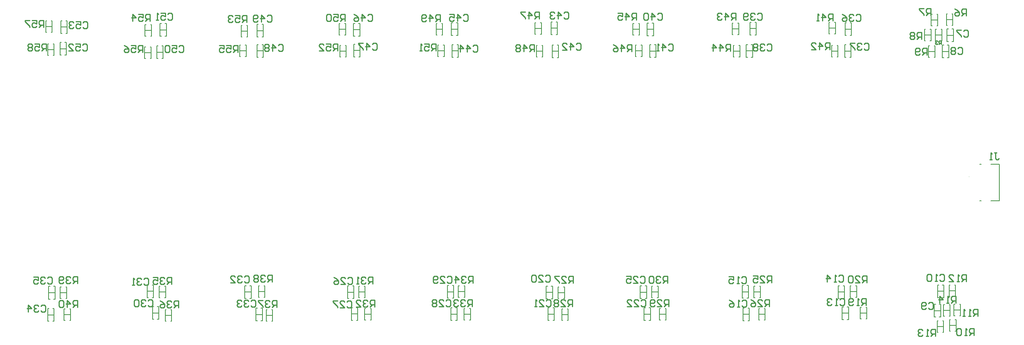
<source format=gbr>
%TF.GenerationSoftware,Altium Limited,Altium Designer,18.1.9 (240)*%
G04 Layer_Color=32896*
%FSLAX26Y26*%
%MOIN*%
%TF.FileFunction,Legend,Bot*%
%TF.Part,Single*%
G01*
G75*
%TA.AperFunction,NonConductor*%
%ADD49C,0.003937*%
%ADD50C,0.005906*%
%ADD51C,0.007874*%
%ADD52C,0.010000*%
D49*
X9402346Y3534425D02*
G03*
X9402346Y3534425I-1968J0D01*
G01*
D50*
X1415441Y4835000D02*
X1470559D01*
X1415441Y4885000D02*
X1423000D01*
X1415441Y4785000D02*
Y4885000D01*
Y4785000D02*
X1423000D01*
X1463000D02*
X1470559D01*
Y4885000D01*
X1463000D02*
X1470559D01*
X1546441Y4831000D02*
X1601559D01*
X1546441Y4886118D02*
X1558252D01*
X1546441Y4775882D02*
Y4886118D01*
Y4775882D02*
X1558252D01*
X1589748D02*
X1601559D01*
Y4886118D01*
X1589748D02*
X1601559D01*
X1432441Y4635000D02*
X1487559D01*
X1480000Y4585000D02*
X1487559D01*
Y4685000D01*
X1480000D02*
X1487559D01*
X1432441D02*
X1440000D01*
X1432441Y4585000D02*
Y4685000D01*
Y4585000D02*
X1440000D01*
X1538441Y4643000D02*
X1593559D01*
X1581748Y4587882D02*
X1593559D01*
Y4698118D01*
X1581748D02*
X1593559D01*
X1538441D02*
X1550252D01*
X1538441Y4587882D02*
Y4698118D01*
Y4587882D02*
X1550252D01*
X2274441Y4801000D02*
X2329559D01*
X2274441Y4851000D02*
X2282000D01*
X2274441Y4751000D02*
Y4851000D01*
Y4751000D02*
X2282000D01*
X2322000D02*
X2329559D01*
Y4851000D01*
X2322000D02*
X2329559D01*
X2403441Y4805000D02*
X2458559D01*
X2403441Y4860118D02*
X2415252D01*
X2403441Y4749882D02*
Y4860118D01*
Y4749882D02*
X2415252D01*
X2446748D02*
X2458559D01*
Y4860118D01*
X2446748D02*
X2458559D01*
X2271441Y4609000D02*
X2326559D01*
X2319000Y4559000D02*
X2326559D01*
Y4659000D01*
X2319000D02*
X2326559D01*
X2271441D02*
X2279000D01*
X2271441Y4559000D02*
Y4659000D01*
Y4559000D02*
X2279000D01*
X2375441Y4612000D02*
X2430559D01*
X2418748Y4556882D02*
X2430559D01*
Y4667118D01*
X2418748D02*
X2430559D01*
X2375441D02*
X2387252D01*
X2375441Y4556882D02*
Y4667118D01*
Y4556882D02*
X2387252D01*
X3106441Y4795000D02*
X3161559D01*
X3106441Y4845000D02*
X3114000D01*
X3106441Y4745000D02*
Y4845000D01*
Y4745000D02*
X3114000D01*
X3154000D02*
X3161559D01*
Y4845000D01*
X3154000D02*
X3161559D01*
X3242441Y4799000D02*
X3297559D01*
X3242441Y4854118D02*
X3254252D01*
X3242441Y4743882D02*
Y4854118D01*
Y4743882D02*
X3254252D01*
X3285748D02*
X3297559D01*
Y4854118D01*
X3285748D02*
X3297559D01*
X3093441Y4625000D02*
X3148559D01*
X3141000Y4575000D02*
X3148559D01*
Y4675000D01*
X3141000D02*
X3148559D01*
X3093441D02*
X3101000D01*
X3093441Y4575000D02*
Y4675000D01*
Y4575000D02*
X3101000D01*
X3242441Y4624000D02*
X3297559D01*
X3285748Y4568882D02*
X3297559D01*
Y4679118D01*
X3285748D02*
X3297559D01*
X3242441D02*
X3254252D01*
X3242441Y4568882D02*
Y4679118D01*
Y4568882D02*
X3254252D01*
X3953441Y4810000D02*
X4008559D01*
X3953441Y4860000D02*
X3961000D01*
X3953441Y4760000D02*
Y4860000D01*
Y4760000D02*
X3961000D01*
X4001000D02*
X4008559D01*
Y4860000D01*
X4001000D02*
X4008559D01*
X4077441Y4807000D02*
X4132559D01*
X4077441Y4862118D02*
X4089252D01*
X4077441Y4751882D02*
Y4862118D01*
Y4751882D02*
X4089252D01*
X4120748D02*
X4132559D01*
Y4862118D01*
X4120748D02*
X4132559D01*
X3959441Y4622000D02*
X4014559D01*
X4007000Y4572000D02*
X4014559D01*
Y4672000D01*
X4007000D02*
X4014559D01*
X3959441D02*
X3967000D01*
X3959441Y4572000D02*
Y4672000D01*
Y4572000D02*
X3967000D01*
X4079441Y4627000D02*
X4134559D01*
X4122748Y4571882D02*
X4134559D01*
Y4682118D01*
X4122748D02*
X4134559D01*
X4079441D02*
X4091252D01*
X4079441Y4571882D02*
Y4682118D01*
Y4571882D02*
X4091252D01*
X4792441Y4813000D02*
X4847559D01*
X4792441Y4863000D02*
X4800000D01*
X4792441Y4763000D02*
Y4863000D01*
Y4763000D02*
X4800000D01*
X4840000D02*
X4847559D01*
Y4863000D01*
X4840000D02*
X4847559D01*
X4923441Y4812000D02*
X4978559D01*
X4923441Y4867118D02*
X4935252D01*
X4923441Y4756882D02*
Y4867118D01*
Y4756882D02*
X4935252D01*
X4966748D02*
X4978559D01*
Y4867118D01*
X4966748D02*
X4978559D01*
X4807441Y4625000D02*
X4862559D01*
X4855000Y4575000D02*
X4862559D01*
Y4675000D01*
X4855000D02*
X4862559D01*
X4807441D02*
X4815000D01*
X4807441Y4575000D02*
Y4675000D01*
Y4575000D02*
X4815000D01*
X4929441Y4624000D02*
X4984559D01*
X4972748Y4568882D02*
X4984559D01*
Y4679118D01*
X4972748D02*
X4984559D01*
X4929441D02*
X4941252D01*
X4929441Y4568882D02*
Y4679118D01*
Y4568882D02*
X4941252D01*
X5647441Y4818000D02*
X5702559D01*
X5647441Y4868000D02*
X5655000D01*
X5647441Y4768000D02*
Y4868000D01*
Y4768000D02*
X5655000D01*
X5695000D02*
X5702559D01*
Y4868000D01*
X5695000D02*
X5702559D01*
X5785441Y4820591D02*
X5840559D01*
X5785441Y4875709D02*
X5797252D01*
X5785441Y4765472D02*
Y4875709D01*
Y4765472D02*
X5797252D01*
X5828748D02*
X5840559D01*
Y4875709D01*
X5828748D02*
X5840559D01*
X5659441Y4620409D02*
X5714559D01*
X5707000Y4570409D02*
X5714559D01*
Y4670409D01*
X5707000D02*
X5714559D01*
X5659441D02*
X5667000D01*
X5659441Y4570409D02*
Y4670409D01*
Y4570409D02*
X5667000D01*
X5795441Y4620000D02*
X5850559D01*
X5838748Y4564882D02*
X5850559D01*
Y4675118D01*
X5838748D02*
X5850559D01*
X5795441D02*
X5807252D01*
X5795441Y4564882D02*
Y4675118D01*
Y4564882D02*
X5807252D01*
X6494441Y4813000D02*
X6549559D01*
X6494441Y4863000D02*
X6502000D01*
X6494441Y4763000D02*
Y4863000D01*
Y4763000D02*
X6502000D01*
X6542000D02*
X6549559D01*
Y4863000D01*
X6542000D02*
X6549559D01*
X6617441Y4811000D02*
X6672559D01*
X6617441Y4866118D02*
X6629252D01*
X6617441Y4755882D02*
Y4866118D01*
Y4755882D02*
X6629252D01*
X6660748D02*
X6672559D01*
Y4866118D01*
X6660748D02*
X6672559D01*
X6517441Y4623409D02*
X6572559D01*
X6565000Y4573409D02*
X6572559D01*
Y4673409D01*
X6565000D02*
X6572559D01*
X6517441D02*
X6525000D01*
X6517441Y4573409D02*
Y4673409D01*
Y4573409D02*
X6525000D01*
X6638441Y4623000D02*
X6693559D01*
X6681748Y4567882D02*
X6693559D01*
Y4678118D01*
X6681748D02*
X6693559D01*
X6638441D02*
X6650252D01*
X6638441Y4567882D02*
Y4678118D01*
Y4567882D02*
X6650252D01*
X7353441Y4816000D02*
X7408559D01*
X7353441Y4866000D02*
X7361000D01*
X7353441Y4766000D02*
Y4866000D01*
Y4766000D02*
X7361000D01*
X7401000D02*
X7408559D01*
Y4866000D01*
X7401000D02*
X7408559D01*
X7505441Y4816575D02*
X7560559D01*
X7505441Y4871693D02*
X7517252D01*
X7505441Y4761457D02*
Y4871693D01*
Y4761457D02*
X7517252D01*
X7548748D02*
X7560559D01*
Y4871693D01*
X7548748D02*
X7560559D01*
X7363441Y4621000D02*
X7418559D01*
X7411000Y4571000D02*
X7418559D01*
Y4671000D01*
X7411000D02*
X7418559D01*
X7363441D02*
X7371000D01*
X7363441Y4571000D02*
Y4671000D01*
Y4571000D02*
X7371000D01*
X7473441Y4624425D02*
X7528559D01*
X7516748Y4569307D02*
X7528559D01*
Y4679543D01*
X7516748D02*
X7528559D01*
X7473441D02*
X7485252D01*
X7473441Y4569307D02*
Y4679543D01*
Y4569307D02*
X7485252D01*
X8190441Y4823000D02*
X8245559D01*
X8190441Y4873000D02*
X8198000D01*
X8190441Y4773000D02*
Y4873000D01*
Y4773000D02*
X8198000D01*
X8238000D02*
X8245559D01*
Y4873000D01*
X8238000D02*
X8245559D01*
X8329441Y4813000D02*
X8384559D01*
X8329441Y4868118D02*
X8341252D01*
X8329441Y4757882D02*
Y4868118D01*
Y4757882D02*
X8341252D01*
X8372748D02*
X8384559D01*
Y4868118D01*
X8372748D02*
X8384559D01*
X8326441Y4622425D02*
X8381559D01*
X8369748Y4567307D02*
X8381559D01*
Y4677543D01*
X8369748D02*
X8381559D01*
X8326441D02*
X8338252D01*
X8326441Y4567307D02*
Y4677543D01*
Y4567307D02*
X8338252D01*
X8212441Y4621000D02*
X8267559D01*
X8260000Y4571000D02*
X8267559D01*
Y4671000D01*
X8260000D02*
X8267559D01*
X8212441D02*
X8220000D01*
X8212441Y4571000D02*
Y4671000D01*
Y4571000D02*
X8220000D01*
X9111441Y4761000D02*
X9166559D01*
X9111441Y4811000D02*
X9119000D01*
X9111441Y4711000D02*
Y4811000D01*
Y4711000D02*
X9119000D01*
X9159000D02*
X9166559D01*
Y4811000D01*
X9159000D02*
X9166559D01*
X9205441Y4896000D02*
X9260559D01*
X9205441Y4946000D02*
X9213000D01*
X9205441Y4846000D02*
Y4946000D01*
Y4846000D02*
X9213000D01*
X9253000D02*
X9260559D01*
Y4946000D01*
X9253000D02*
X9260559D01*
X9210441Y4759000D02*
X9265559D01*
X9210441Y4814118D02*
X9222252D01*
X9210441Y4703882D02*
Y4814118D01*
Y4703882D02*
X9222252D01*
X9253748D02*
X9265559D01*
Y4814118D01*
X9253748D02*
X9265559D01*
X9170441Y4619000D02*
X9225559D01*
X9213748Y4563882D02*
X9225559D01*
Y4674118D01*
X9213748D02*
X9225559D01*
X9170441D02*
X9182252D01*
X9170441Y4563882D02*
Y4674118D01*
Y4563882D02*
X9182252D01*
X9101441Y2373000D02*
X9156559D01*
X9144748Y2317882D02*
X9156559D01*
Y2428118D01*
X9144748D02*
X9156559D01*
X9101441D02*
X9113252D01*
X9101441Y2317882D02*
Y2428118D01*
Y2317882D02*
X9113252D01*
X8461441Y2353000D02*
X8516559D01*
X8509000Y2303000D02*
X8516559D01*
Y2403000D01*
X8509000D02*
X8516559D01*
X8461441D02*
X8469000D01*
X8461441Y2303000D02*
Y2403000D01*
Y2303000D02*
X8469000D01*
X8303441Y2350000D02*
X8358559D01*
X8346748Y2294882D02*
X8358559D01*
Y2405118D01*
X8346748D02*
X8358559D01*
X8303441D02*
X8315252D01*
X8303441Y2294882D02*
Y2405118D01*
Y2294882D02*
X8315252D01*
X8373441Y2538000D02*
X8428559D01*
X8373441Y2588000D02*
X8381000D01*
X8373441Y2488000D02*
Y2588000D01*
Y2488000D02*
X8381000D01*
X8421000D02*
X8428559D01*
Y2588000D01*
X8421000D02*
X8428559D01*
X8269441Y2534000D02*
X8324559D01*
X8269441Y2589118D02*
X8281252D01*
X8269441Y2478882D02*
Y2589118D01*
Y2478882D02*
X8281252D01*
X8312748D02*
X8324559D01*
Y2589118D01*
X8312748D02*
X8324559D01*
X7445441Y2341000D02*
X7500559D01*
X7488748Y2285882D02*
X7500559D01*
Y2396118D01*
X7488748D02*
X7500559D01*
X7445441D02*
X7457252D01*
X7445441Y2285882D02*
Y2396118D01*
Y2285882D02*
X7457252D01*
X7582441Y2340000D02*
X7637559D01*
X7630000Y2290000D02*
X7637559D01*
Y2390000D01*
X7630000D02*
X7637559D01*
X7582441D02*
X7590000D01*
X7582441Y2290000D02*
Y2390000D01*
Y2290000D02*
X7590000D01*
X7541441Y2536000D02*
X7596559D01*
X7541441Y2586000D02*
X7549000D01*
X7541441Y2486000D02*
Y2586000D01*
Y2486000D02*
X7549000D01*
X7589000D02*
X7596559D01*
Y2586000D01*
X7589000D02*
X7596559D01*
X7438441Y2536000D02*
X7493559D01*
X7438441Y2591118D02*
X7450252D01*
X7438441Y2480882D02*
Y2591118D01*
Y2480882D02*
X7450252D01*
X7481748D02*
X7493559D01*
Y2591118D01*
X7481748D02*
X7493559D01*
X6724441Y2342000D02*
X6779559D01*
X6772000Y2292000D02*
X6779559D01*
Y2392000D01*
X6772000D02*
X6779559D01*
X6724441D02*
X6732000D01*
X6724441Y2292000D02*
Y2392000D01*
Y2292000D02*
X6732000D01*
X6590441Y2342000D02*
X6645559D01*
X6633748Y2286882D02*
X6645559D01*
Y2397118D01*
X6633748D02*
X6645559D01*
X6590441D02*
X6602252D01*
X6590441Y2286882D02*
Y2397118D01*
Y2286882D02*
X6602252D01*
X6657441Y2534000D02*
X6712559D01*
X6657441Y2584000D02*
X6665000D01*
X6657441Y2484000D02*
Y2584000D01*
Y2484000D02*
X6665000D01*
X6705000D02*
X6712559D01*
Y2584000D01*
X6705000D02*
X6712559D01*
X6557441Y2533000D02*
X6612559D01*
X6557441Y2588118D02*
X6569252D01*
X6557441Y2477882D02*
Y2588118D01*
Y2477882D02*
X6569252D01*
X6600748D02*
X6612559D01*
Y2588118D01*
X6600748D02*
X6612559D01*
X5878441Y2339000D02*
X5933559D01*
X5926000Y2289000D02*
X5933559D01*
Y2389000D01*
X5926000D02*
X5933559D01*
X5878441D02*
X5886000D01*
X5878441Y2289000D02*
Y2389000D01*
Y2289000D02*
X5886000D01*
X5759441Y2343000D02*
X5814559D01*
X5802748Y2287882D02*
X5814559D01*
Y2398118D01*
X5802748D02*
X5814559D01*
X5759441D02*
X5771252D01*
X5759441Y2287882D02*
Y2398118D01*
Y2287882D02*
X5771252D01*
X5847441Y2529000D02*
X5902559D01*
X5847441Y2579000D02*
X5855000D01*
X5847441Y2479000D02*
Y2579000D01*
Y2479000D02*
X5855000D01*
X5895000D02*
X5902559D01*
Y2579000D01*
X5895000D02*
X5902559D01*
X5743441Y2531000D02*
X5798559D01*
X5743441Y2586118D02*
X5755252D01*
X5743441Y2475882D02*
Y2586118D01*
Y2475882D02*
X5755252D01*
X5786748D02*
X5798559D01*
Y2586118D01*
X5786748D02*
X5798559D01*
X5033441Y2343000D02*
X5088559D01*
X5081000Y2293000D02*
X5088559D01*
Y2393000D01*
X5081000D02*
X5088559D01*
X5033441D02*
X5041000D01*
X5033441Y2293000D02*
Y2393000D01*
Y2293000D02*
X5041000D01*
X4918441Y2343000D02*
X4973559D01*
X4961748Y2287882D02*
X4973559D01*
Y2398118D01*
X4961748D02*
X4973559D01*
X4918441D02*
X4930252D01*
X4918441Y2287882D02*
Y2398118D01*
Y2287882D02*
X4930252D01*
X4984441Y2537000D02*
X5039559D01*
X4984441Y2587000D02*
X4992000D01*
X4984441Y2487000D02*
Y2587000D01*
Y2487000D02*
X4992000D01*
X5032000D02*
X5039559D01*
Y2587000D01*
X5032000D02*
X5039559D01*
X4889441Y2535000D02*
X4944559D01*
X4889441Y2590118D02*
X4901252D01*
X4889441Y2479882D02*
Y2590118D01*
Y2479882D02*
X4901252D01*
X4932748D02*
X4944559D01*
Y2590118D01*
X4932748D02*
X4944559D01*
X4059441Y2344000D02*
X4114559D01*
X4102748Y2288882D02*
X4114559D01*
Y2399118D01*
X4102748D02*
X4114559D01*
X4059441D02*
X4071252D01*
X4059441Y2288882D02*
Y2399118D01*
Y2288882D02*
X4071252D01*
X4174441Y2343000D02*
X4229559D01*
X4222000Y2293000D02*
X4229559D01*
Y2393000D01*
X4222000D02*
X4229559D01*
X4174441D02*
X4182000D01*
X4174441Y2293000D02*
Y2393000D01*
Y2293000D02*
X4182000D01*
X4122441Y2536000D02*
X4177559D01*
X4122441Y2586000D02*
X4130000D01*
X4122441Y2486000D02*
Y2586000D01*
Y2486000D02*
X4130000D01*
X4170000D02*
X4177559D01*
Y2586000D01*
X4170000D02*
X4177559D01*
X4025441Y2532000D02*
X4080559D01*
X4025441Y2587118D02*
X4037252D01*
X4025441Y2476882D02*
Y2587118D01*
Y2476882D02*
X4037252D01*
X4068748D02*
X4080559D01*
Y2587118D01*
X4068748D02*
X4080559D01*
X3322441Y2333000D02*
X3377559D01*
X3370000Y2283000D02*
X3377559D01*
Y2383000D01*
X3370000D02*
X3377559D01*
X3322441D02*
X3330000D01*
X3322441Y2283000D02*
Y2383000D01*
Y2283000D02*
X3330000D01*
X3233441Y2339000D02*
X3288559D01*
X3276748Y2283882D02*
X3288559D01*
Y2394118D01*
X3276748D02*
X3288559D01*
X3233441D02*
X3245252D01*
X3233441Y2283882D02*
Y2394118D01*
Y2283882D02*
X3245252D01*
X3255441Y2537000D02*
X3310559D01*
X3255441Y2587000D02*
X3263000D01*
X3255441Y2487000D02*
Y2587000D01*
Y2487000D02*
X3263000D01*
X3303000D02*
X3310559D01*
Y2587000D01*
X3303000D02*
X3310559D01*
X3137441Y2534425D02*
X3192559D01*
X3137441Y2589543D02*
X3149252D01*
X3137441Y2479307D02*
Y2589543D01*
Y2479307D02*
X3149252D01*
X3180748D02*
X3192559D01*
Y2589543D01*
X3180748D02*
X3192559D01*
X2292441Y2541000D02*
X2347559D01*
X2292441Y2596118D02*
X2304252D01*
X2292441Y2485882D02*
Y2596118D01*
Y2485882D02*
X2304252D01*
X2335748D02*
X2347559D01*
Y2596118D01*
X2335748D02*
X2347559D01*
X2397441Y2536000D02*
X2452559D01*
X2397441Y2586000D02*
X2405000D01*
X2397441Y2486000D02*
Y2586000D01*
Y2486000D02*
X2405000D01*
X2445000D02*
X2452559D01*
Y2586000D01*
X2445000D02*
X2452559D01*
X2338441Y2353000D02*
X2393559D01*
X2381748Y2297882D02*
X2393559D01*
Y2408118D01*
X2381748D02*
X2393559D01*
X2338441D02*
X2350252D01*
X2338441Y2297882D02*
Y2408118D01*
Y2297882D02*
X2350252D01*
X2449441Y2330000D02*
X2504559D01*
X2497000Y2280000D02*
X2504559D01*
Y2380000D01*
X2497000D02*
X2504559D01*
X2449441D02*
X2457000D01*
X2449441Y2280000D02*
Y2380000D01*
Y2280000D02*
X2457000D01*
X1440441Y2528000D02*
X1495559D01*
X1440441Y2583118D02*
X1452252D01*
X1440441Y2472882D02*
Y2583118D01*
Y2472882D02*
X1452252D01*
X1483748D02*
X1495559D01*
Y2583118D01*
X1483748D02*
X1495559D01*
X1541441Y2527000D02*
X1596559D01*
X1541441Y2577000D02*
X1549000D01*
X1541441Y2477000D02*
Y2577000D01*
Y2477000D02*
X1549000D01*
X1589000D02*
X1596559D01*
Y2577000D01*
X1589000D02*
X1596559D01*
X1432441Y2336000D02*
X1487559D01*
X1475748Y2280882D02*
X1487559D01*
Y2391118D01*
X1475748D02*
X1487559D01*
X1432441D02*
X1444252D01*
X1432441Y2280882D02*
Y2391118D01*
Y2280882D02*
X1444252D01*
X1574441Y2338000D02*
X1629559D01*
X1622000Y2288000D02*
X1629559D01*
Y2388000D01*
X1622000D02*
X1629559D01*
X1574441D02*
X1582000D01*
X1574441Y2288000D02*
Y2388000D01*
Y2288000D02*
X1582000D01*
X9051441Y4619591D02*
X9106559D01*
X9099000Y4569591D02*
X9106559D01*
Y4669591D01*
X9099000D02*
X9106559D01*
X9051441D02*
X9059000D01*
X9051441Y4569591D02*
Y4669591D01*
Y4569591D02*
X9059000D01*
X9017441Y4761000D02*
X9072559D01*
X9017441Y4811000D02*
X9025000D01*
X9017441Y4711000D02*
Y4811000D01*
Y4711000D02*
X9025000D01*
X9065000D02*
X9072559D01*
Y4811000D01*
X9065000D02*
X9072559D01*
X9074441Y4893000D02*
X9129559D01*
X9074441Y4943000D02*
X9082000D01*
X9074441Y4843000D02*
Y4943000D01*
Y4843000D02*
X9082000D01*
X9122000D02*
X9129559D01*
Y4943000D01*
X9122000D02*
X9129559D01*
X9128441Y2540000D02*
X9183559D01*
X9128441Y2595118D02*
X9140252D01*
X9128441Y2484882D02*
Y2595118D01*
Y2484882D02*
X9140252D01*
X9171748D02*
X9183559D01*
Y2595118D01*
X9171748D02*
X9183559D01*
X9181441Y2374000D02*
X9236559D01*
X9229000Y2324000D02*
X9236559D01*
Y2424000D01*
X9229000D02*
X9236559D01*
X9181441D02*
X9189000D01*
X9181441Y2324000D02*
Y2424000D01*
Y2324000D02*
X9189000D01*
X9271441Y2379000D02*
X9326559D01*
X9319000Y2329000D02*
X9326559D01*
Y2429000D01*
X9319000D02*
X9326559D01*
X9271441D02*
X9279000D01*
X9271441Y2329000D02*
Y2429000D01*
Y2329000D02*
X9279000D01*
X9228441Y2545000D02*
X9283559D01*
X9228441Y2595000D02*
X9236000D01*
X9228441Y2495000D02*
Y2595000D01*
Y2495000D02*
X9236000D01*
X9276000D02*
X9283559D01*
Y2595000D01*
X9276000D02*
X9283559D01*
X9233441Y2245410D02*
X9288559D01*
X9281000Y2195410D02*
X9288559D01*
Y2295410D01*
X9281000D02*
X9288559D01*
X9233441D02*
X9241000D01*
X9233441Y2195410D02*
Y2295410D01*
Y2195410D02*
X9241000D01*
X9125441Y2236000D02*
X9180559D01*
X9173000Y2186000D02*
X9180559D01*
Y2286000D01*
X9173000D02*
X9180559D01*
X9125441D02*
X9133000D01*
X9125441Y2186000D02*
Y2286000D01*
Y2186000D02*
X9133000D01*
D51*
X9494850Y3640724D02*
X9506661D01*
X9589338D02*
X9664142D01*
X9589338Y3325764D02*
X9664142D01*
Y3640724D01*
X9494850Y3325764D02*
X9506661D01*
D52*
X1419000Y4626000D02*
Y4685981D01*
X1389010D01*
X1379013Y4675984D01*
Y4655990D01*
X1389010Y4645993D01*
X1419000D01*
X1399006D02*
X1379013Y4626000D01*
X1319032Y4685981D02*
X1359019D01*
Y4655990D01*
X1339026Y4665987D01*
X1329029D01*
X1319032Y4655990D01*
Y4635997D01*
X1329029Y4626000D01*
X1349023D01*
X1359019Y4635997D01*
X1299039Y4675984D02*
X1289042Y4685981D01*
X1269049D01*
X1259052Y4675984D01*
Y4665987D01*
X1269049Y4655990D01*
X1259052Y4645993D01*
Y4635997D01*
X1269049Y4626000D01*
X1289042D01*
X1299039Y4635997D01*
Y4645993D01*
X1289042Y4655990D01*
X1299039Y4665987D01*
Y4675984D01*
X1289042Y4655990D02*
X1269049D01*
X1396000Y4829000D02*
Y4888981D01*
X1366010D01*
X1356013Y4878984D01*
Y4858990D01*
X1366010Y4848993D01*
X1396000D01*
X1376006D02*
X1356013Y4829000D01*
X1296032Y4888981D02*
X1336019D01*
Y4858990D01*
X1316026Y4868987D01*
X1306029D01*
X1296032Y4858990D01*
Y4838997D01*
X1306029Y4829000D01*
X1326023D01*
X1336019Y4838997D01*
X1276039Y4888981D02*
X1236052D01*
Y4878984D01*
X1276039Y4838997D01*
Y4829000D01*
X2253000Y4613000D02*
Y4672981D01*
X2223010D01*
X2213013Y4662984D01*
Y4642990D01*
X2223010Y4632993D01*
X2253000D01*
X2233006D02*
X2213013Y4613000D01*
X2153032Y4672981D02*
X2193019D01*
Y4642990D01*
X2173026Y4652987D01*
X2163029D01*
X2153032Y4642990D01*
Y4622997D01*
X2163029Y4613000D01*
X2183023D01*
X2193019Y4622997D01*
X2093052Y4672981D02*
X2113045Y4662984D01*
X2133039Y4642990D01*
Y4622997D01*
X2123042Y4613000D01*
X2103048D01*
X2093052Y4622997D01*
Y4632993D01*
X2103048Y4642990D01*
X2133039D01*
X3078000Y4610000D02*
Y4669981D01*
X3048010D01*
X3038013Y4659984D01*
Y4639990D01*
X3048010Y4629993D01*
X3078000D01*
X3058006D02*
X3038013Y4610000D01*
X2978032Y4669981D02*
X3018019D01*
Y4639990D01*
X2998026Y4649987D01*
X2988029D01*
X2978032Y4639990D01*
Y4619997D01*
X2988029Y4610000D01*
X3008023D01*
X3018019Y4619997D01*
X2918052Y4669981D02*
X2958039D01*
Y4639990D01*
X2938045Y4649987D01*
X2928048D01*
X2918052Y4639990D01*
Y4619997D01*
X2928048Y4610000D01*
X2948042D01*
X2958039Y4619997D01*
X2316000Y4880000D02*
Y4939981D01*
X2286010D01*
X2276013Y4929984D01*
Y4909990D01*
X2286010Y4899993D01*
X2316000D01*
X2296006D02*
X2276013Y4880000D01*
X2216032Y4939981D02*
X2256019D01*
Y4909990D01*
X2236026Y4919987D01*
X2226029D01*
X2216032Y4909990D01*
Y4889997D01*
X2226029Y4880000D01*
X2246023D01*
X2256019Y4889997D01*
X2166048Y4880000D02*
Y4939981D01*
X2196039Y4909990D01*
X2156052D01*
X3154000Y4872000D02*
Y4931981D01*
X3124010D01*
X3114013Y4921984D01*
Y4901990D01*
X3124010Y4891993D01*
X3154000D01*
X3134006D02*
X3114013Y4872000D01*
X3054032Y4931981D02*
X3094019D01*
Y4901990D01*
X3074026Y4911987D01*
X3064029D01*
X3054032Y4901990D01*
Y4881997D01*
X3064029Y4872000D01*
X3084023D01*
X3094019Y4881997D01*
X3034039Y4921984D02*
X3024042Y4931981D01*
X3004048D01*
X2994052Y4921984D01*
Y4911987D01*
X3004048Y4901990D01*
X3014045D01*
X3004048D01*
X2994052Y4891993D01*
Y4881997D01*
X3004048Y4872000D01*
X3024042D01*
X3034039Y4881997D01*
X3939000Y4626000D02*
Y4685981D01*
X3909010D01*
X3899013Y4675984D01*
Y4655990D01*
X3909010Y4645993D01*
X3939000D01*
X3919006D02*
X3899013Y4626000D01*
X3839032Y4685981D02*
X3879019D01*
Y4655990D01*
X3859026Y4665987D01*
X3849029D01*
X3839032Y4655990D01*
Y4635997D01*
X3849029Y4626000D01*
X3869023D01*
X3879019Y4635997D01*
X3779052Y4626000D02*
X3819039D01*
X3779052Y4665987D01*
Y4675984D01*
X3789048Y4685981D01*
X3809042D01*
X3819039Y4675984D01*
X4791000Y4624000D02*
Y4683981D01*
X4761010D01*
X4751013Y4673984D01*
Y4653990D01*
X4761010Y4643993D01*
X4791000D01*
X4771007D02*
X4751013Y4624000D01*
X4691032Y4683981D02*
X4731019D01*
Y4653990D01*
X4711026Y4663987D01*
X4701029D01*
X4691032Y4653990D01*
Y4633997D01*
X4701029Y4624000D01*
X4721023D01*
X4731019Y4633997D01*
X4671039Y4624000D02*
X4651045D01*
X4661042D01*
Y4683981D01*
X4671039Y4673984D01*
X4002000Y4880000D02*
Y4939981D01*
X3972010D01*
X3962013Y4929984D01*
Y4909990D01*
X3972010Y4899993D01*
X4002000D01*
X3982006D02*
X3962013Y4880000D01*
X3902032Y4939981D02*
X3942019D01*
Y4909990D01*
X3922026Y4919987D01*
X3912029D01*
X3902032Y4909990D01*
Y4889997D01*
X3912029Y4880000D01*
X3932023D01*
X3942019Y4889997D01*
X3882039Y4929984D02*
X3872042Y4939981D01*
X3852048D01*
X3842052Y4929984D01*
Y4889997D01*
X3852048Y4880000D01*
X3872042D01*
X3882039Y4889997D01*
Y4929984D01*
X4828000Y4878000D02*
Y4937981D01*
X4798010D01*
X4788013Y4927984D01*
Y4907990D01*
X4798010Y4897993D01*
X4828000D01*
X4808007D02*
X4788013Y4878000D01*
X4738029D02*
Y4937981D01*
X4768019Y4907990D01*
X4728032D01*
X4708039Y4887997D02*
X4698042Y4878000D01*
X4678048D01*
X4668052Y4887997D01*
Y4927984D01*
X4678048Y4937981D01*
X4698042D01*
X4708039Y4927984D01*
Y4917987D01*
X4698042Y4907990D01*
X4668052D01*
X5640000Y4619000D02*
Y4678981D01*
X5610010D01*
X5600013Y4668984D01*
Y4648990D01*
X5610010Y4638993D01*
X5640000D01*
X5620007D02*
X5600013Y4619000D01*
X5550029D02*
Y4678981D01*
X5580019Y4648990D01*
X5540032D01*
X5520039Y4668984D02*
X5510042Y4678981D01*
X5490048D01*
X5480052Y4668984D01*
Y4658987D01*
X5490048Y4648990D01*
X5480052Y4638993D01*
Y4628997D01*
X5490048Y4619000D01*
X5510042D01*
X5520039Y4628997D01*
Y4638993D01*
X5510042Y4648990D01*
X5520039Y4658987D01*
Y4668984D01*
X5510042Y4648990D02*
X5490048D01*
X5684000Y4902000D02*
Y4961981D01*
X5654010D01*
X5644013Y4951984D01*
Y4931990D01*
X5654010Y4921993D01*
X5684000D01*
X5664007D02*
X5644013Y4902000D01*
X5594029D02*
Y4961981D01*
X5624019Y4931990D01*
X5584032D01*
X5564039Y4961981D02*
X5524052D01*
Y4951984D01*
X5564039Y4911997D01*
Y4902000D01*
X6485000Y4619000D02*
Y4678981D01*
X6455010D01*
X6445013Y4668984D01*
Y4648990D01*
X6455010Y4638993D01*
X6485000D01*
X6465007D02*
X6445013Y4619000D01*
X6395029D02*
Y4678981D01*
X6425019Y4648990D01*
X6385032D01*
X6325052Y4678981D02*
X6345045Y4668984D01*
X6365039Y4648990D01*
Y4628997D01*
X6355042Y4619000D01*
X6335048D01*
X6325052Y4628997D01*
Y4638993D01*
X6335048Y4648990D01*
X6365039D01*
X6524000Y4891000D02*
Y4950981D01*
X6494010D01*
X6484013Y4940984D01*
Y4920990D01*
X6494010Y4910993D01*
X6524000D01*
X6504007D02*
X6484013Y4891000D01*
X6434029D02*
Y4950981D01*
X6464019Y4920990D01*
X6424032D01*
X6364052Y4950981D02*
X6404039D01*
Y4920990D01*
X6384045Y4930987D01*
X6374048D01*
X6364052Y4920990D01*
Y4900997D01*
X6374048Y4891000D01*
X6394042D01*
X6404039Y4900997D01*
X7338000Y4622000D02*
Y4681981D01*
X7308010D01*
X7298013Y4671984D01*
Y4651990D01*
X7308010Y4641993D01*
X7338000D01*
X7318007D02*
X7298013Y4622000D01*
X7248029D02*
Y4681981D01*
X7278019Y4651990D01*
X7238032D01*
X7188048Y4622000D02*
Y4681981D01*
X7218039Y4651990D01*
X7178052D01*
X7384000Y4891000D02*
Y4950981D01*
X7354010D01*
X7344013Y4940984D01*
Y4920990D01*
X7354010Y4910993D01*
X7384000D01*
X7364007D02*
X7344013Y4891000D01*
X7294029D02*
Y4950981D01*
X7324019Y4920990D01*
X7284032D01*
X7264039Y4940984D02*
X7254042Y4950981D01*
X7234048D01*
X7224052Y4940984D01*
Y4930987D01*
X7234048Y4920990D01*
X7244045D01*
X7234048D01*
X7224052Y4910993D01*
Y4900997D01*
X7234048Y4891000D01*
X7254042D01*
X7264039Y4900997D01*
X8196000Y4635000D02*
Y4694981D01*
X8166010D01*
X8156013Y4684984D01*
Y4664990D01*
X8166010Y4654993D01*
X8196000D01*
X8176007D02*
X8156013Y4635000D01*
X8106029D02*
Y4694981D01*
X8136019Y4664990D01*
X8096032D01*
X8036052Y4635000D02*
X8076039D01*
X8036052Y4674987D01*
Y4684984D01*
X8046048Y4694981D01*
X8066042D01*
X8076039Y4684984D01*
X8224000Y4886000D02*
Y4945981D01*
X8194010D01*
X8184013Y4935984D01*
Y4915990D01*
X8194010Y4905993D01*
X8224000D01*
X8204006D02*
X8184013Y4886000D01*
X8134029D02*
Y4945981D01*
X8164019Y4915990D01*
X8124032D01*
X8104039Y4886000D02*
X8084045D01*
X8094042D01*
Y4945981D01*
X8104039Y4935984D01*
X1689000Y2400000D02*
Y2459981D01*
X1659010D01*
X1649013Y2449984D01*
Y2429990D01*
X1659010Y2419994D01*
X1689000D01*
X1669006D02*
X1649013Y2400000D01*
X1599029D02*
Y2459981D01*
X1629019Y2429990D01*
X1589032D01*
X1569039Y2449984D02*
X1559042Y2459981D01*
X1539049D01*
X1529052Y2449984D01*
Y2409997D01*
X1539049Y2400000D01*
X1559042D01*
X1569039Y2409997D01*
Y2449984D01*
X1689000Y2607000D02*
Y2666981D01*
X1659010D01*
X1649013Y2656984D01*
Y2636990D01*
X1659010Y2626994D01*
X1689000D01*
X1669006D02*
X1649013Y2607000D01*
X1629019Y2656984D02*
X1619023Y2666981D01*
X1599029D01*
X1589032Y2656984D01*
Y2646987D01*
X1599029Y2636990D01*
X1609026D01*
X1599029D01*
X1589032Y2626994D01*
Y2616997D01*
X1599029Y2607000D01*
X1619023D01*
X1629019Y2616997D01*
X1569039D02*
X1559042Y2607000D01*
X1539049D01*
X1529052Y2616997D01*
Y2656984D01*
X1539049Y2666981D01*
X1559042D01*
X1569039Y2656984D01*
Y2646987D01*
X1559042Y2636990D01*
X1529052D01*
X3375000Y2622000D02*
Y2681981D01*
X3345010D01*
X3335013Y2671984D01*
Y2651990D01*
X3345010Y2641994D01*
X3375000D01*
X3355006D02*
X3335013Y2622000D01*
X3315019Y2671984D02*
X3305023Y2681981D01*
X3285029D01*
X3275032Y2671984D01*
Y2661987D01*
X3285029Y2651990D01*
X3295026D01*
X3285029D01*
X3275032Y2641994D01*
Y2631997D01*
X3285029Y2622000D01*
X3305023D01*
X3315019Y2631997D01*
X3255039Y2671984D02*
X3245042Y2681981D01*
X3225048D01*
X3215052Y2671984D01*
Y2661987D01*
X3225048Y2651990D01*
X3215052Y2641994D01*
Y2631997D01*
X3225048Y2622000D01*
X3245042D01*
X3255039Y2631997D01*
Y2641994D01*
X3245042Y2651990D01*
X3255039Y2661987D01*
Y2671984D01*
X3245042Y2651990D02*
X3225048D01*
X3412000Y2403000D02*
Y2462981D01*
X3382010D01*
X3372013Y2452984D01*
Y2432990D01*
X3382010Y2422994D01*
X3412000D01*
X3392006D02*
X3372013Y2403000D01*
X3352019Y2452984D02*
X3342023Y2462981D01*
X3322029D01*
X3312032Y2452984D01*
Y2442987D01*
X3322029Y2432990D01*
X3332026D01*
X3322029D01*
X3312032Y2422994D01*
Y2412997D01*
X3322029Y2403000D01*
X3342023D01*
X3352019Y2412997D01*
X3292039Y2462981D02*
X3252052D01*
Y2452984D01*
X3292039Y2412997D01*
Y2403000D01*
X2562000Y2399000D02*
Y2458981D01*
X2532010D01*
X2522013Y2448984D01*
Y2428990D01*
X2532010Y2418994D01*
X2562000D01*
X2542006D02*
X2522013Y2399000D01*
X2502019Y2448984D02*
X2492023Y2458981D01*
X2472029D01*
X2462032Y2448984D01*
Y2438987D01*
X2472029Y2428990D01*
X2482026D01*
X2472029D01*
X2462032Y2418994D01*
Y2408997D01*
X2472029Y2399000D01*
X2492023D01*
X2502019Y2408997D01*
X2402052Y2458981D02*
X2422045Y2448984D01*
X2442039Y2428990D01*
Y2408997D01*
X2432042Y2399000D01*
X2412048D01*
X2402052Y2408997D01*
Y2418994D01*
X2412048Y2428990D01*
X2442039D01*
X2505000Y2601000D02*
Y2660981D01*
X2475010D01*
X2465013Y2650984D01*
Y2630990D01*
X2475010Y2620994D01*
X2505000D01*
X2485006D02*
X2465013Y2601000D01*
X2445019Y2650984D02*
X2435023Y2660981D01*
X2415029D01*
X2405032Y2650984D01*
Y2640987D01*
X2415029Y2630990D01*
X2425026D01*
X2415029D01*
X2405032Y2620994D01*
Y2610997D01*
X2415029Y2601000D01*
X2435023D01*
X2445019Y2610997D01*
X2345052Y2660981D02*
X2385039D01*
Y2630990D01*
X2365045Y2640987D01*
X2355048D01*
X2345052Y2630990D01*
Y2610997D01*
X2355048Y2601000D01*
X2375042D01*
X2385039Y2610997D01*
X5111000Y2613000D02*
Y2672981D01*
X5081010D01*
X5071013Y2662984D01*
Y2642990D01*
X5081010Y2632994D01*
X5111000D01*
X5091007D02*
X5071013Y2613000D01*
X5051019Y2662984D02*
X5041023Y2672981D01*
X5021029D01*
X5011032Y2662984D01*
Y2652987D01*
X5021029Y2642990D01*
X5031026D01*
X5021029D01*
X5011032Y2632994D01*
Y2622997D01*
X5021029Y2613000D01*
X5041023D01*
X5051019Y2622997D01*
X4961048Y2613000D02*
Y2672981D01*
X4991039Y2642990D01*
X4951052D01*
X5102000Y2409000D02*
Y2468981D01*
X5072010D01*
X5062013Y2458984D01*
Y2438990D01*
X5072010Y2428994D01*
X5102000D01*
X5082007D02*
X5062013Y2409000D01*
X5042019Y2458984D02*
X5032023Y2468981D01*
X5012029D01*
X5002032Y2458984D01*
Y2448987D01*
X5012029Y2438990D01*
X5022026D01*
X5012029D01*
X5002032Y2428994D01*
Y2418997D01*
X5012029Y2409000D01*
X5032023D01*
X5042019Y2418997D01*
X4982039Y2458984D02*
X4972042Y2468981D01*
X4952048D01*
X4942052Y2458984D01*
Y2448987D01*
X4952048Y2438990D01*
X4962045D01*
X4952048D01*
X4942052Y2428994D01*
Y2418997D01*
X4952048Y2409000D01*
X4972042D01*
X4982039Y2418997D01*
X4259000Y2405000D02*
Y2464981D01*
X4229010D01*
X4219013Y2454984D01*
Y2434990D01*
X4229010Y2424994D01*
X4259000D01*
X4239007D02*
X4219013Y2405000D01*
X4199019Y2454984D02*
X4189023Y2464981D01*
X4169029D01*
X4159032Y2454984D01*
Y2444987D01*
X4169029Y2434990D01*
X4179026D01*
X4169029D01*
X4159032Y2424994D01*
Y2414997D01*
X4169029Y2405000D01*
X4189023D01*
X4199019Y2414997D01*
X4099052Y2405000D02*
X4139039D01*
X4099052Y2444987D01*
Y2454984D01*
X4109048Y2464981D01*
X4129042D01*
X4139039Y2454984D01*
X4245000Y2605000D02*
Y2664981D01*
X4215010D01*
X4205013Y2654984D01*
Y2634990D01*
X4215010Y2624994D01*
X4245000D01*
X4225007D02*
X4205013Y2605000D01*
X4185019Y2654984D02*
X4175023Y2664981D01*
X4155029D01*
X4145032Y2654984D01*
Y2644987D01*
X4155029Y2634990D01*
X4165026D01*
X4155029D01*
X4145032Y2624994D01*
Y2614997D01*
X4155029Y2605000D01*
X4175023D01*
X4185019Y2614997D01*
X4125039Y2605000D02*
X4105045D01*
X4115042D01*
Y2664981D01*
X4125039Y2654984D01*
X6795000Y2610000D02*
Y2669981D01*
X6765010D01*
X6755013Y2659984D01*
Y2639990D01*
X6765010Y2629994D01*
X6795000D01*
X6775007D02*
X6755013Y2610000D01*
X6735019Y2659984D02*
X6725023Y2669981D01*
X6705029D01*
X6695032Y2659984D01*
Y2649987D01*
X6705029Y2639990D01*
X6715026D01*
X6705029D01*
X6695032Y2629994D01*
Y2619997D01*
X6705029Y2610000D01*
X6725023D01*
X6735019Y2619997D01*
X6675039Y2659984D02*
X6665042Y2669981D01*
X6645048D01*
X6635052Y2659984D01*
Y2619997D01*
X6645048Y2610000D01*
X6665042D01*
X6675039Y2619997D01*
Y2659984D01*
X6804000Y2407000D02*
Y2466981D01*
X6774010D01*
X6764013Y2456984D01*
Y2436990D01*
X6774010Y2426994D01*
X6804000D01*
X6784007D02*
X6764013Y2407000D01*
X6704032D02*
X6744019D01*
X6704032Y2446987D01*
Y2456984D01*
X6714029Y2466981D01*
X6734023D01*
X6744019Y2456984D01*
X6684039Y2416997D02*
X6674042Y2407000D01*
X6654048D01*
X6644052Y2416997D01*
Y2456984D01*
X6654048Y2466981D01*
X6674042D01*
X6684039Y2456984D01*
Y2446987D01*
X6674042Y2436990D01*
X6644052D01*
X5969000Y2409000D02*
Y2468981D01*
X5939010D01*
X5929013Y2458984D01*
Y2438990D01*
X5939010Y2428994D01*
X5969000D01*
X5949007D02*
X5929013Y2409000D01*
X5869032D02*
X5909019D01*
X5869032Y2448987D01*
Y2458984D01*
X5879029Y2468981D01*
X5899023D01*
X5909019Y2458984D01*
X5849039D02*
X5839042Y2468981D01*
X5819048D01*
X5809052Y2458984D01*
Y2448987D01*
X5819048Y2438990D01*
X5809052Y2428994D01*
Y2418997D01*
X5819048Y2409000D01*
X5839042D01*
X5849039Y2418997D01*
Y2428994D01*
X5839042Y2438990D01*
X5849039Y2448987D01*
Y2458984D01*
X5839042Y2438990D02*
X5819048D01*
X5976000Y2612000D02*
Y2671981D01*
X5946010D01*
X5936013Y2661984D01*
Y2641990D01*
X5946010Y2631994D01*
X5976000D01*
X5956007D02*
X5936013Y2612000D01*
X5876032D02*
X5916019D01*
X5876032Y2651987D01*
Y2661984D01*
X5886029Y2671981D01*
X5906023D01*
X5916019Y2661984D01*
X5856039Y2671981D02*
X5816052D01*
Y2661984D01*
X5856039Y2621997D01*
Y2612000D01*
X7675000Y2408000D02*
Y2467981D01*
X7645010D01*
X7635013Y2457984D01*
Y2437990D01*
X7645010Y2427994D01*
X7675000D01*
X7655007D02*
X7635013Y2408000D01*
X7575032D02*
X7615019D01*
X7575032Y2447987D01*
Y2457984D01*
X7585029Y2467981D01*
X7605023D01*
X7615019Y2457984D01*
X7515052Y2467981D02*
X7535045Y2457984D01*
X7555039Y2437990D01*
Y2417997D01*
X7545042Y2408000D01*
X7525048D01*
X7515052Y2417997D01*
Y2427994D01*
X7525048Y2437990D01*
X7555039D01*
X7692000Y2615000D02*
Y2674981D01*
X7662010D01*
X7652013Y2664984D01*
Y2644990D01*
X7662010Y2634994D01*
X7692000D01*
X7672007D02*
X7652013Y2615000D01*
X7592032D02*
X7632019D01*
X7592032Y2654987D01*
Y2664984D01*
X7602029Y2674981D01*
X7622023D01*
X7632019Y2664984D01*
X7532052Y2674981D02*
X7572039D01*
Y2644990D01*
X7552045Y2654987D01*
X7542048D01*
X7532052Y2644990D01*
Y2624997D01*
X7542048Y2615000D01*
X7562042D01*
X7572039Y2624997D01*
X8516000Y2616000D02*
Y2675981D01*
X8486010D01*
X8476013Y2665984D01*
Y2645990D01*
X8486010Y2635994D01*
X8516000D01*
X8496006D02*
X8476013Y2616000D01*
X8416032D02*
X8456019D01*
X8416032Y2655987D01*
Y2665984D01*
X8426029Y2675981D01*
X8446023D01*
X8456019Y2665984D01*
X8396039D02*
X8386042Y2675981D01*
X8366049D01*
X8356052Y2665984D01*
Y2625997D01*
X8366049Y2616000D01*
X8386042D01*
X8396039Y2625997D01*
Y2665984D01*
X8511000Y2418000D02*
Y2477981D01*
X8481010D01*
X8471013Y2467984D01*
Y2447990D01*
X8481010Y2437994D01*
X8511000D01*
X8491006D02*
X8471013Y2418000D01*
X8451019D02*
X8431026D01*
X8441023D01*
Y2477981D01*
X8451019Y2467984D01*
X8401036Y2427997D02*
X8391039Y2418000D01*
X8371045D01*
X8361049Y2427997D01*
Y2467984D01*
X8371045Y2477981D01*
X8391039D01*
X8401036Y2467984D01*
Y2457987D01*
X8391039Y2447990D01*
X8361049D01*
X1738013Y4867984D02*
X1748010Y4877981D01*
X1768003D01*
X1778000Y4867984D01*
Y4827997D01*
X1768003Y4818000D01*
X1748010D01*
X1738013Y4827997D01*
X1678032Y4877981D02*
X1718019D01*
Y4847990D01*
X1698026Y4857987D01*
X1688029D01*
X1678032Y4847990D01*
Y4827997D01*
X1688029Y4818000D01*
X1708023D01*
X1718019Y4827997D01*
X1658039Y4867984D02*
X1648042Y4877981D01*
X1628049D01*
X1618052Y4867984D01*
Y4857987D01*
X1628049Y4847990D01*
X1638045D01*
X1628049D01*
X1618052Y4837993D01*
Y4827997D01*
X1628049Y4818000D01*
X1648042D01*
X1658039Y4827997D01*
X1735013Y4673984D02*
X1745010Y4683981D01*
X1765003D01*
X1775000Y4673984D01*
Y4633997D01*
X1765003Y4624000D01*
X1745010D01*
X1735013Y4633997D01*
X1675032Y4683981D02*
X1715019D01*
Y4653990D01*
X1695026Y4663987D01*
X1685029D01*
X1675032Y4653990D01*
Y4633997D01*
X1685029Y4624000D01*
X1705023D01*
X1715019Y4633997D01*
X1615052Y4624000D02*
X1655039D01*
X1615052Y4663987D01*
Y4673984D01*
X1625049Y4683981D01*
X1645042D01*
X1655039Y4673984D01*
X2471013Y4942984D02*
X2481010Y4952981D01*
X2501003D01*
X2511000Y4942984D01*
Y4902997D01*
X2501003Y4893000D01*
X2481010D01*
X2471013Y4902997D01*
X2411032Y4952981D02*
X2451019D01*
Y4922990D01*
X2431026Y4932987D01*
X2421029D01*
X2411032Y4922990D01*
Y4902997D01*
X2421029Y4893000D01*
X2441023D01*
X2451019Y4902997D01*
X2391039Y4893000D02*
X2371045D01*
X2381042D01*
Y4952981D01*
X2391039Y4942984D01*
X2568013Y4660984D02*
X2578010Y4670981D01*
X2598003D01*
X2608000Y4660984D01*
Y4620997D01*
X2598003Y4611000D01*
X2578010D01*
X2568013Y4620997D01*
X2508032Y4670981D02*
X2548019D01*
Y4640990D01*
X2528026Y4650987D01*
X2518029D01*
X2508032Y4640990D01*
Y4620997D01*
X2518029Y4611000D01*
X2538023D01*
X2548019Y4620997D01*
X2488039Y4660984D02*
X2478042Y4670981D01*
X2458048D01*
X2448052Y4660984D01*
Y4620997D01*
X2458048Y4611000D01*
X2478042D01*
X2488039Y4620997D01*
Y4660984D01*
X3330013Y4923984D02*
X3340010Y4933981D01*
X3360003D01*
X3370000Y4923984D01*
Y4883997D01*
X3360003Y4874000D01*
X3340010D01*
X3330013Y4883997D01*
X3280029Y4874000D02*
Y4933981D01*
X3310019Y4903990D01*
X3270032D01*
X3250039Y4883997D02*
X3240042Y4874000D01*
X3220048D01*
X3210052Y4883997D01*
Y4923984D01*
X3220048Y4933981D01*
X3240042D01*
X3250039Y4923984D01*
Y4913987D01*
X3240042Y4903990D01*
X3210052D01*
X3426013Y4672984D02*
X3436010Y4682981D01*
X3456003D01*
X3466000Y4672984D01*
Y4632997D01*
X3456003Y4623000D01*
X3436010D01*
X3426013Y4632997D01*
X3376029Y4623000D02*
Y4682981D01*
X3406019Y4652990D01*
X3366032D01*
X3346039Y4672984D02*
X3336042Y4682981D01*
X3316048D01*
X3306052Y4672984D01*
Y4662987D01*
X3316048Y4652990D01*
X3306052Y4642993D01*
Y4632997D01*
X3316048Y4623000D01*
X3336042D01*
X3346039Y4632997D01*
Y4642993D01*
X3336042Y4652990D01*
X3346039Y4662987D01*
Y4672984D01*
X3336042Y4652990D02*
X3316048D01*
X4241013Y4679984D02*
X4251010Y4689981D01*
X4271003D01*
X4281000Y4679984D01*
Y4639997D01*
X4271003Y4630000D01*
X4251010D01*
X4241013Y4639997D01*
X4191029Y4630000D02*
Y4689981D01*
X4221019Y4659990D01*
X4181032D01*
X4161039Y4689981D02*
X4121052D01*
Y4679984D01*
X4161039Y4639997D01*
Y4630000D01*
X4201013Y4930984D02*
X4211010Y4940981D01*
X4231003D01*
X4241000Y4930984D01*
Y4890997D01*
X4231003Y4881000D01*
X4211010D01*
X4201013Y4890997D01*
X4151029Y4881000D02*
Y4940981D01*
X4181019Y4910990D01*
X4141032D01*
X4081052Y4940981D02*
X4101045Y4930984D01*
X4121039Y4910990D01*
Y4890997D01*
X4111042Y4881000D01*
X4091048D01*
X4081052Y4890997D01*
Y4900993D01*
X4091048Y4910990D01*
X4121039D01*
X5027013Y4931984D02*
X5037010Y4941981D01*
X5057003D01*
X5067000Y4931984D01*
Y4891997D01*
X5057003Y4882000D01*
X5037010D01*
X5027013Y4891997D01*
X4977029Y4882000D02*
Y4941981D01*
X5007019Y4911990D01*
X4967032D01*
X4907052Y4941981D02*
X4947039D01*
Y4911990D01*
X4927045Y4921987D01*
X4917048D01*
X4907052Y4911990D01*
Y4891997D01*
X4917048Y4882000D01*
X4937042D01*
X4947039Y4891997D01*
X5110013Y4664984D02*
X5120010Y4674981D01*
X5140003D01*
X5150000Y4664984D01*
Y4624997D01*
X5140003Y4615000D01*
X5120010D01*
X5110013Y4624997D01*
X5060029Y4615000D02*
Y4674981D01*
X5090019Y4644990D01*
X5050032D01*
X5000048Y4615000D02*
Y4674981D01*
X5030039Y4644990D01*
X4990052D01*
X5897604Y4951984D02*
X5907600Y4961981D01*
X5927594D01*
X5937591Y4951984D01*
Y4911997D01*
X5927594Y4902000D01*
X5907600D01*
X5897604Y4911997D01*
X5847620Y4902000D02*
Y4961981D01*
X5877610Y4931990D01*
X5837623D01*
X5817629Y4951984D02*
X5807633Y4961981D01*
X5787639D01*
X5777642Y4951984D01*
Y4941987D01*
X5787639Y4931990D01*
X5797636D01*
X5787639D01*
X5777642Y4921993D01*
Y4911997D01*
X5787639Y4902000D01*
X5807633D01*
X5817629Y4911997D01*
X6005013Y4679984D02*
X6015010Y4689981D01*
X6035003D01*
X6045000Y4679984D01*
Y4639997D01*
X6035003Y4630000D01*
X6015010D01*
X6005013Y4639997D01*
X5955029Y4630000D02*
Y4689981D01*
X5985019Y4659990D01*
X5945032D01*
X5885052Y4630000D02*
X5925039D01*
X5885052Y4669987D01*
Y4679984D01*
X5895048Y4689981D01*
X5915042D01*
X5925039Y4679984D01*
X6799013Y4675984D02*
X6809010Y4685981D01*
X6829003D01*
X6839000Y4675984D01*
Y4635997D01*
X6829003Y4626000D01*
X6809010D01*
X6799013Y4635997D01*
X6749029Y4626000D02*
Y4685981D01*
X6779019Y4655990D01*
X6739032D01*
X6719039Y4626000D02*
X6699045D01*
X6709042D01*
Y4685981D01*
X6719039Y4675984D01*
X6707013Y4940984D02*
X6717010Y4950981D01*
X6737003D01*
X6747000Y4940984D01*
Y4900997D01*
X6737003Y4891000D01*
X6717010D01*
X6707013Y4900997D01*
X6657029Y4891000D02*
Y4950981D01*
X6687019Y4920990D01*
X6647032D01*
X6627039Y4940984D02*
X6617042Y4950981D01*
X6597048D01*
X6587052Y4940984D01*
Y4900997D01*
X6597048Y4891000D01*
X6617042D01*
X6627039Y4900997D01*
Y4940984D01*
X7569013D02*
X7579010Y4950981D01*
X7599003D01*
X7609000Y4940984D01*
Y4900997D01*
X7599003Y4891000D01*
X7579010D01*
X7569013Y4900997D01*
X7549019Y4940984D02*
X7539023Y4950981D01*
X7519029D01*
X7509032Y4940984D01*
Y4930987D01*
X7519029Y4920990D01*
X7529026D01*
X7519029D01*
X7509032Y4910993D01*
Y4900997D01*
X7519029Y4891000D01*
X7539023D01*
X7549019Y4900997D01*
X7489039D02*
X7479042Y4891000D01*
X7459048D01*
X7449052Y4900997D01*
Y4940984D01*
X7459048Y4950981D01*
X7479042D01*
X7489039Y4940984D01*
Y4930987D01*
X7479042Y4920990D01*
X7449052D01*
X7655013Y4675984D02*
X7665010Y4685981D01*
X7685003D01*
X7695000Y4675984D01*
Y4635997D01*
X7685003Y4626000D01*
X7665010D01*
X7655013Y4635997D01*
X7635019Y4675984D02*
X7625023Y4685981D01*
X7605029D01*
X7595032Y4675984D01*
Y4665987D01*
X7605029Y4655990D01*
X7615026D01*
X7605029D01*
X7595032Y4645993D01*
Y4635997D01*
X7605029Y4626000D01*
X7625023D01*
X7635019Y4635997D01*
X7575039Y4675984D02*
X7565042Y4685981D01*
X7545048D01*
X7535052Y4675984D01*
Y4665987D01*
X7545048Y4655990D01*
X7535052Y4645993D01*
Y4635997D01*
X7545048Y4626000D01*
X7565042D01*
X7575039Y4635997D01*
Y4645993D01*
X7565042Y4655990D01*
X7575039Y4665987D01*
Y4675984D01*
X7565042Y4655990D02*
X7545048D01*
X8495013Y4679984D02*
X8505010Y4689981D01*
X8525003D01*
X8535000Y4679984D01*
Y4639997D01*
X8525003Y4630000D01*
X8505010D01*
X8495013Y4639997D01*
X8475019Y4679984D02*
X8465023Y4689981D01*
X8445029D01*
X8435032Y4679984D01*
Y4669987D01*
X8445029Y4659990D01*
X8455026D01*
X8445029D01*
X8435032Y4649993D01*
Y4639997D01*
X8445029Y4630000D01*
X8465023D01*
X8475019Y4639997D01*
X8415039Y4689981D02*
X8375052D01*
Y4679984D01*
X8415039Y4639997D01*
Y4630000D01*
X8425013Y4929984D02*
X8435010Y4939981D01*
X8455003D01*
X8465000Y4929984D01*
Y4889997D01*
X8455003Y4880000D01*
X8435010D01*
X8425013Y4889997D01*
X8405019Y4929984D02*
X8395023Y4939981D01*
X8375029D01*
X8365032Y4929984D01*
Y4919987D01*
X8375029Y4909990D01*
X8385026D01*
X8375029D01*
X8365032Y4899993D01*
Y4889997D01*
X8375029Y4880000D01*
X8395023D01*
X8405019Y4889997D01*
X8305052Y4939981D02*
X8325045Y4929984D01*
X8345039Y4909990D01*
Y4889997D01*
X8335042Y4880000D01*
X8315049D01*
X8305052Y4889997D01*
Y4899993D01*
X8315049Y4909990D01*
X8345039D01*
X1429013Y2654984D02*
X1439010Y2664981D01*
X1459003D01*
X1469000Y2654984D01*
Y2614997D01*
X1459003Y2605000D01*
X1439010D01*
X1429013Y2614997D01*
X1409019Y2654984D02*
X1399023Y2664981D01*
X1379029D01*
X1369032Y2654984D01*
Y2644987D01*
X1379029Y2634990D01*
X1389026D01*
X1379029D01*
X1369032Y2624994D01*
Y2614997D01*
X1379029Y2605000D01*
X1399023D01*
X1409019Y2614997D01*
X1309052Y2664981D02*
X1349039D01*
Y2634990D01*
X1329045Y2644987D01*
X1319049D01*
X1309052Y2634990D01*
Y2614997D01*
X1319049Y2605000D01*
X1339042D01*
X1349039Y2614997D01*
X1373013Y2410984D02*
X1383010Y2420981D01*
X1403003D01*
X1413000Y2410984D01*
Y2370997D01*
X1403003Y2361000D01*
X1383010D01*
X1373013Y2370997D01*
X1353019Y2410984D02*
X1343023Y2420981D01*
X1323029D01*
X1313032Y2410984D01*
Y2400987D01*
X1323029Y2390990D01*
X1333026D01*
X1323029D01*
X1313032Y2380994D01*
Y2370997D01*
X1323029Y2361000D01*
X1343023D01*
X1353019Y2370997D01*
X1263049Y2361000D02*
Y2420981D01*
X1293039Y2390990D01*
X1253052D01*
X3191013Y2453984D02*
X3201010Y2463981D01*
X3221003D01*
X3231000Y2453984D01*
Y2413997D01*
X3221003Y2404000D01*
X3201010D01*
X3191013Y2413997D01*
X3171019Y2453984D02*
X3161023Y2463981D01*
X3141029D01*
X3131032Y2453984D01*
Y2443987D01*
X3141029Y2433990D01*
X3151026D01*
X3141029D01*
X3131032Y2423994D01*
Y2413997D01*
X3141029Y2404000D01*
X3161023D01*
X3171019Y2413997D01*
X3111039Y2453984D02*
X3101042Y2463981D01*
X3081048D01*
X3071052Y2453984D01*
Y2443987D01*
X3081048Y2433990D01*
X3091045D01*
X3081048D01*
X3071052Y2423994D01*
Y2413997D01*
X3081048Y2404000D01*
X3101042D01*
X3111039Y2413997D01*
X3135013Y2665984D02*
X3145010Y2675981D01*
X3165003D01*
X3175000Y2665984D01*
Y2625997D01*
X3165003Y2616000D01*
X3145010D01*
X3135013Y2625997D01*
X3115019Y2665984D02*
X3105023Y2675981D01*
X3085029D01*
X3075032Y2665984D01*
Y2655987D01*
X3085029Y2645990D01*
X3095026D01*
X3085029D01*
X3075032Y2635994D01*
Y2625997D01*
X3085029Y2616000D01*
X3105023D01*
X3115019Y2625997D01*
X3015052Y2616000D02*
X3055039D01*
X3015052Y2655987D01*
Y2665984D01*
X3025048Y2675981D01*
X3045042D01*
X3055039Y2665984D01*
X2264265Y2646102D02*
X2274262Y2656099D01*
X2294255D01*
X2304252Y2646102D01*
Y2606115D01*
X2294255Y2596118D01*
X2274262D01*
X2264265Y2606115D01*
X2244271Y2646102D02*
X2234275Y2656099D01*
X2214281D01*
X2204284Y2646102D01*
Y2636105D01*
X2214281Y2626108D01*
X2224278D01*
X2214281D01*
X2204284Y2616112D01*
Y2606115D01*
X2214281Y2596118D01*
X2234275D01*
X2244271Y2606115D01*
X2184291Y2596118D02*
X2164297D01*
X2174294D01*
Y2656099D01*
X2184291Y2646102D01*
X2298454Y2458102D02*
X2308451Y2468099D01*
X2328444D01*
X2338441Y2458102D01*
Y2418115D01*
X2328444Y2408118D01*
X2308451D01*
X2298454Y2418115D01*
X2278460Y2458102D02*
X2268463Y2468099D01*
X2248470D01*
X2238473Y2458102D01*
Y2448105D01*
X2248470Y2438108D01*
X2258467D01*
X2248470D01*
X2238473Y2428112D01*
Y2418115D01*
X2248470Y2408118D01*
X2268463D01*
X2278460Y2418115D01*
X2218480Y2458102D02*
X2208483Y2468099D01*
X2188489D01*
X2178493Y2458102D01*
Y2418115D01*
X2188489Y2408118D01*
X2208483D01*
X2218480Y2418115D01*
Y2458102D01*
X4886013Y2662984D02*
X4896010Y2672981D01*
X4916003D01*
X4926000Y2662984D01*
Y2622997D01*
X4916003Y2613000D01*
X4896010D01*
X4886013Y2622997D01*
X4826032Y2613000D02*
X4866019D01*
X4826032Y2652987D01*
Y2662984D01*
X4836029Y2672981D01*
X4856023D01*
X4866019Y2662984D01*
X4806039Y2622997D02*
X4796042Y2613000D01*
X4776048D01*
X4766052Y2622997D01*
Y2662984D01*
X4776048Y2672981D01*
X4796042D01*
X4806039Y2662984D01*
Y2652987D01*
X4796042Y2642990D01*
X4766052D01*
X4878013Y2458984D02*
X4888010Y2468981D01*
X4908003D01*
X4918000Y2458984D01*
Y2418997D01*
X4908003Y2409000D01*
X4888010D01*
X4878013Y2418997D01*
X4818032Y2409000D02*
X4858019D01*
X4818032Y2448987D01*
Y2458984D01*
X4828029Y2468981D01*
X4848023D01*
X4858019Y2458984D01*
X4798039D02*
X4788042Y2468981D01*
X4768048D01*
X4758052Y2458984D01*
Y2448987D01*
X4768048Y2438990D01*
X4758052Y2428994D01*
Y2418997D01*
X4768048Y2409000D01*
X4788042D01*
X4798039Y2418997D01*
Y2428994D01*
X4788042Y2438990D01*
X4798039Y2448987D01*
Y2458984D01*
X4788042Y2438990D02*
X4768048D01*
X4019454Y2449102D02*
X4029451Y2459099D01*
X4049444D01*
X4059441Y2449102D01*
Y2409115D01*
X4049444Y2399118D01*
X4029451D01*
X4019454Y2409115D01*
X3959473Y2399118D02*
X3999460D01*
X3959473Y2439105D01*
Y2449102D01*
X3969470Y2459099D01*
X3989463D01*
X3999460Y2449102D01*
X3939480Y2459099D02*
X3899493D01*
Y2449102D01*
X3939480Y2409115D01*
Y2399118D01*
X4026013Y2650984D02*
X4036010Y2660981D01*
X4056003D01*
X4066000Y2650984D01*
Y2610997D01*
X4056003Y2601000D01*
X4036010D01*
X4026013Y2610997D01*
X3966032Y2601000D02*
X4006019D01*
X3966032Y2640987D01*
Y2650984D01*
X3976029Y2660981D01*
X3996023D01*
X4006019Y2650984D01*
X3906052Y2660981D02*
X3926045Y2650984D01*
X3946039Y2630990D01*
Y2610997D01*
X3936042Y2601000D01*
X3916048D01*
X3906052Y2610997D01*
Y2620994D01*
X3916048Y2630990D01*
X3946039D01*
X6558013Y2659984D02*
X6568010Y2669981D01*
X6588003D01*
X6598000Y2659984D01*
Y2619997D01*
X6588003Y2610000D01*
X6568010D01*
X6558013Y2619997D01*
X6498032Y2610000D02*
X6538019D01*
X6498032Y2649987D01*
Y2659984D01*
X6508029Y2669981D01*
X6528023D01*
X6538019Y2659984D01*
X6438052Y2669981D02*
X6478039D01*
Y2639990D01*
X6458045Y2649987D01*
X6448048D01*
X6438052Y2639990D01*
Y2619997D01*
X6448048Y2610000D01*
X6468042D01*
X6478039Y2619997D01*
X6564013Y2457984D02*
X6574010Y2467981D01*
X6594003D01*
X6604000Y2457984D01*
Y2417997D01*
X6594003Y2408000D01*
X6574010D01*
X6564013Y2417997D01*
X6504032Y2408000D02*
X6544019D01*
X6504032Y2447987D01*
Y2457984D01*
X6514029Y2467981D01*
X6534023D01*
X6544019Y2457984D01*
X6444052Y2408000D02*
X6484039D01*
X6444052Y2447987D01*
Y2457984D01*
X6454048Y2467981D01*
X6474042D01*
X6484039Y2457984D01*
X5743013D02*
X5753010Y2467981D01*
X5773003D01*
X5783000Y2457984D01*
Y2417997D01*
X5773003Y2408000D01*
X5753010D01*
X5743013Y2417997D01*
X5683032Y2408000D02*
X5723019D01*
X5683032Y2447987D01*
Y2457984D01*
X5693029Y2467981D01*
X5713023D01*
X5723019Y2457984D01*
X5663039Y2408000D02*
X5643045D01*
X5653042D01*
Y2467981D01*
X5663039Y2457984D01*
X5736013Y2672984D02*
X5746010Y2682981D01*
X5766003D01*
X5776000Y2672984D01*
Y2632997D01*
X5766003Y2623000D01*
X5746010D01*
X5736013Y2632997D01*
X5676032Y2623000D02*
X5716019D01*
X5676032Y2662987D01*
Y2672984D01*
X5686029Y2682981D01*
X5706023D01*
X5716019Y2672984D01*
X5656039D02*
X5646042Y2682981D01*
X5626048D01*
X5616052Y2672984D01*
Y2632997D01*
X5626048Y2623000D01*
X5646042D01*
X5656039Y2632997D01*
Y2672984D01*
X7436013Y2453984D02*
X7446010Y2463981D01*
X7466003D01*
X7476000Y2453984D01*
Y2413997D01*
X7466003Y2404000D01*
X7446010D01*
X7436013Y2413997D01*
X7416019Y2404000D02*
X7396026D01*
X7406023D01*
Y2463981D01*
X7416019Y2453984D01*
X7326048Y2463981D02*
X7346042Y2453984D01*
X7366036Y2433990D01*
Y2413997D01*
X7356039Y2404000D01*
X7336045D01*
X7326048Y2413997D01*
Y2423994D01*
X7336045Y2433990D01*
X7366036D01*
X7434013Y2656984D02*
X7444010Y2666981D01*
X7464003D01*
X7474000Y2656984D01*
Y2616997D01*
X7464003Y2607000D01*
X7444010D01*
X7434013Y2616997D01*
X7414019Y2607000D02*
X7394026D01*
X7404023D01*
Y2666981D01*
X7414019Y2656984D01*
X7324048Y2666981D02*
X7364036D01*
Y2636990D01*
X7344042Y2646987D01*
X7334045D01*
X7324048Y2636990D01*
Y2616997D01*
X7334045Y2607000D01*
X7354039D01*
X7364036Y2616997D01*
X8274013Y2669984D02*
X8284010Y2679981D01*
X8304003D01*
X8314000Y2669984D01*
Y2629997D01*
X8304003Y2620000D01*
X8284010D01*
X8274013Y2629997D01*
X8254019Y2620000D02*
X8234026D01*
X8244023D01*
Y2679981D01*
X8254019Y2669984D01*
X8174045Y2620000D02*
Y2679981D01*
X8204036Y2649990D01*
X8164048D01*
X8282013Y2466984D02*
X8292010Y2476981D01*
X8312003D01*
X8322000Y2466984D01*
Y2426997D01*
X8312003Y2417000D01*
X8292010D01*
X8282013Y2426997D01*
X8262019Y2417000D02*
X8242026D01*
X8252023D01*
Y2476981D01*
X8262019Y2466984D01*
X8212036D02*
X8202039Y2476981D01*
X8182045D01*
X8172048Y2466984D01*
Y2456987D01*
X8182045Y2446990D01*
X8192042D01*
X8182045D01*
X8172048Y2436994D01*
Y2426997D01*
X8182045Y2417000D01*
X8202039D01*
X8212036Y2426997D01*
X9037000Y4589000D02*
Y4648981D01*
X9007010D01*
X8997013Y4638984D01*
Y4618990D01*
X9007010Y4608993D01*
X9037000D01*
X9017006D02*
X8997013Y4589000D01*
X8977019Y4598997D02*
X8967023Y4589000D01*
X8947029D01*
X8937032Y4598997D01*
Y4638984D01*
X8947029Y4648981D01*
X8967023D01*
X8977019Y4638984D01*
Y4628987D01*
X8967023Y4618990D01*
X8937032D01*
X9288000Y2439000D02*
Y2498981D01*
X9258010D01*
X9248013Y2488984D01*
Y2468990D01*
X9258010Y2458994D01*
X9288000D01*
X9268006D02*
X9248013Y2439000D01*
X9228019D02*
X9208026D01*
X9218023D01*
Y2498981D01*
X9228019Y2488984D01*
X9148045Y2439000D02*
Y2498981D01*
X9178036Y2468990D01*
X9138049D01*
X9110000Y2151000D02*
Y2210981D01*
X9080010D01*
X9070013Y2200984D01*
Y2180990D01*
X9080010Y2170994D01*
X9110000D01*
X9090006D02*
X9070013Y2151000D01*
X9050019D02*
X9030026D01*
X9040023D01*
Y2210981D01*
X9050019Y2200984D01*
X9000036D02*
X8990039Y2210981D01*
X8970045D01*
X8960049Y2200984D01*
Y2190987D01*
X8970045Y2180990D01*
X8980042D01*
X8970045D01*
X8960049Y2170994D01*
Y2160997D01*
X8970045Y2151000D01*
X8990039D01*
X9000036Y2160997D01*
X9378000Y2625000D02*
Y2684981D01*
X9348010D01*
X9338013Y2674984D01*
Y2654990D01*
X9348010Y2644994D01*
X9378000D01*
X9358006D02*
X9338013Y2625000D01*
X9318019D02*
X9298026D01*
X9308023D01*
Y2684981D01*
X9318019Y2674984D01*
X9228049Y2625000D02*
X9268036D01*
X9228049Y2664987D01*
Y2674984D01*
X9238045Y2684981D01*
X9258039D01*
X9268036Y2674984D01*
X9477000Y2324000D02*
Y2383981D01*
X9447010D01*
X9437013Y2373984D01*
Y2353990D01*
X9447010Y2343994D01*
X9477000D01*
X9457006D02*
X9437013Y2324000D01*
X9417019D02*
X9397026D01*
X9407023D01*
Y2383981D01*
X9417019Y2373984D01*
X9367036Y2324000D02*
X9347042D01*
X9357039D01*
Y2383981D01*
X9367036Y2373984D01*
X9445000Y2158000D02*
Y2217981D01*
X9415010D01*
X9405013Y2207984D01*
Y2187990D01*
X9415010Y2177994D01*
X9445000D01*
X9425006D02*
X9405013Y2158000D01*
X9385019D02*
X9365026D01*
X9375023D01*
Y2217981D01*
X9385019Y2207984D01*
X9335036D02*
X9325039Y2217981D01*
X9305045D01*
X9295049Y2207984D01*
Y2167997D01*
X9305045Y2158000D01*
X9325039D01*
X9335036Y2167997D01*
Y2207984D01*
X8990000Y4725000D02*
Y4784981D01*
X8960010D01*
X8950013Y4774984D01*
Y4754990D01*
X8960010Y4744993D01*
X8990000D01*
X8970006D02*
X8950013Y4725000D01*
X8930019Y4774984D02*
X8920023Y4784981D01*
X8900029D01*
X8890032Y4774984D01*
Y4764987D01*
X8900029Y4754990D01*
X8890032Y4744993D01*
Y4734997D01*
X8900029Y4725000D01*
X8920023D01*
X8930019Y4734997D01*
Y4744993D01*
X8920023Y4754990D01*
X8930019Y4764987D01*
Y4774984D01*
X8920023Y4754990D02*
X8900029D01*
X9070000Y4930000D02*
Y4989981D01*
X9040010D01*
X9030013Y4979984D01*
Y4959990D01*
X9040010Y4949993D01*
X9070000D01*
X9050006D02*
X9030013Y4930000D01*
X9010019Y4989981D02*
X8970032D01*
Y4979984D01*
X9010019Y4939997D01*
Y4930000D01*
X9376000Y4928000D02*
Y4987981D01*
X9346010D01*
X9336013Y4977984D01*
Y4957990D01*
X9346010Y4947993D01*
X9376000D01*
X9356006D02*
X9336013Y4928000D01*
X9276032Y4987981D02*
X9296026Y4977984D01*
X9316019Y4957990D01*
Y4937997D01*
X9306023Y4928000D01*
X9286029D01*
X9276032Y4937997D01*
Y4947993D01*
X9286029Y4957990D01*
X9316019D01*
X9161000Y4680000D02*
Y4709990D01*
X9146005D01*
X9141006Y4704992D01*
Y4694995D01*
X9146005Y4689997D01*
X9161000D01*
X9151003D02*
X9141006Y4680000D01*
X9131010Y4704992D02*
X9126011Y4709990D01*
X9116014D01*
X9111016Y4704992D01*
Y4699993D01*
X9116014Y4694995D01*
X9121013D01*
X9116014D01*
X9111016Y4689997D01*
Y4684998D01*
X9116014Y4680000D01*
X9126011D01*
X9131010Y4684998D01*
X9618698Y3741225D02*
X9638692D01*
X9628695D01*
Y3691241D01*
X9638692Y3681244D01*
X9648688D01*
X9658685Y3691241D01*
X9598704Y3681244D02*
X9578711D01*
X9588708D01*
Y3741225D01*
X9598704Y3731228D01*
X9148013Y2676984D02*
X9158010Y2686981D01*
X9178003D01*
X9188000Y2676984D01*
Y2636997D01*
X9178003Y2627000D01*
X9158010D01*
X9148013Y2636997D01*
X9128019Y2627000D02*
X9108026D01*
X9118023D01*
Y2686981D01*
X9128019Y2676984D01*
X9078036D02*
X9068039Y2686981D01*
X9048045D01*
X9038049Y2676984D01*
Y2636997D01*
X9048045Y2627000D01*
X9068039D01*
X9078036Y2636997D01*
Y2676984D01*
X9049013Y2434984D02*
X9059010Y2444981D01*
X9079003D01*
X9089000Y2434984D01*
Y2394997D01*
X9079003Y2385000D01*
X9059010D01*
X9049013Y2394997D01*
X9029019D02*
X9019023Y2385000D01*
X8999029D01*
X8989032Y2394997D01*
Y2434984D01*
X8999029Y2444981D01*
X9019023D01*
X9029019Y2434984D01*
Y2424987D01*
X9019023Y2414990D01*
X8989032D01*
X9302013Y4643826D02*
X9312010Y4653823D01*
X9332003D01*
X9342000Y4643826D01*
Y4603839D01*
X9332003Y4593843D01*
X9312010D01*
X9302013Y4603839D01*
X9282019Y4643826D02*
X9272023Y4653823D01*
X9252029D01*
X9242032Y4643826D01*
Y4633830D01*
X9252029Y4623833D01*
X9242032Y4613836D01*
Y4603839D01*
X9252029Y4593843D01*
X9272023D01*
X9282019Y4603839D01*
Y4613836D01*
X9272023Y4623833D01*
X9282019Y4633830D01*
Y4643826D01*
X9272023Y4623833D02*
X9252029D01*
X9352013Y4794984D02*
X9362010Y4804981D01*
X9382003D01*
X9392000Y4794984D01*
Y4754997D01*
X9382003Y4745000D01*
X9362010D01*
X9352013Y4754997D01*
X9332019Y4804981D02*
X9292032D01*
Y4794984D01*
X9332019Y4754997D01*
Y4745000D01*
%TF.MD5,74e095ee5c1dbc9c523d12d09e6f53ef*%
M02*

</source>
